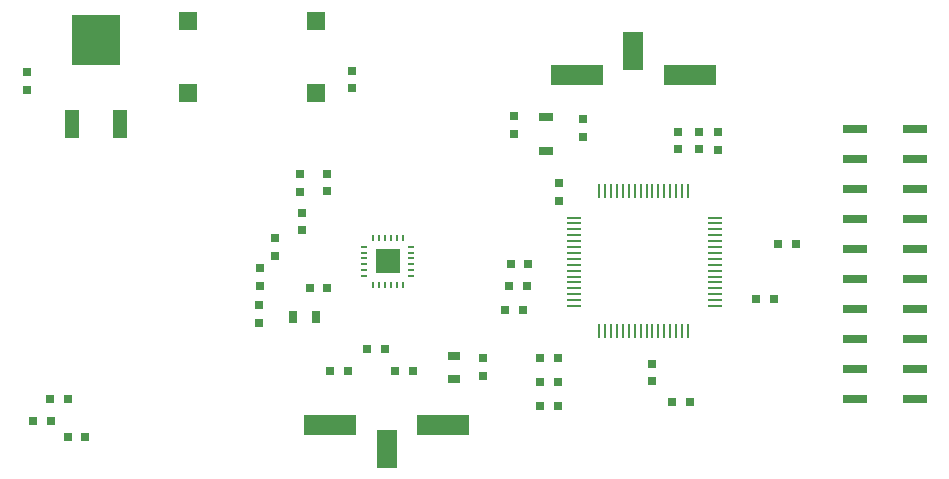
<source format=gtp>
G04 (created by PCBNEW (2013-08-24 BZR 4298)-stable) date Sun 10 Nov 2013 04:28:44 PM PST*
%MOIN*%
G04 Gerber Fmt 3.4, Leading zero omitted, Abs format*
%FSLAX34Y34*%
G01*
G70*
G90*
G04 APERTURE LIST*
%ADD10C,0.005906*%
%ADD11R,0.028320X0.031520*%
%ADD12R,0.031520X0.028320*%
%ADD13R,0.062960X0.062960*%
%ADD14R,0.048000X0.096000*%
%ADD15R,0.160000X0.168000*%
%ADD16R,0.044000X0.028000*%
%ADD17R,0.028000X0.044000*%
%ADD18R,0.007840X0.048000*%
%ADD19O,0.007840X0.048000*%
%ADD20O,0.048000X0.007840*%
%ADD21R,0.047280X0.031520*%
%ADD22R,0.048800X0.031520*%
%ADD23R,0.080000X0.031200*%
%ADD24R,0.176378X0.066142*%
%ADD25R,0.066142X0.125984*%
%ADD26R,0.078720X0.078720*%
%ADD27O,0.007840X0.025200*%
%ADD28O,0.025200X0.007840*%
G04 APERTURE END LIST*
G54D10*
G54D11*
X15957Y-46598D03*
X15365Y-46598D03*
X15390Y-47334D03*
X14798Y-47334D03*
X36105Y-46692D03*
X36697Y-46692D03*
X16536Y-47889D03*
X15944Y-47889D03*
G54D12*
X22862Y-41235D03*
X22862Y-41827D03*
X23771Y-40984D03*
X23771Y-40392D03*
X22330Y-43467D03*
X22330Y-44059D03*
X22350Y-42847D03*
X22350Y-42255D03*
G54D11*
X31107Y-43633D03*
X30515Y-43633D03*
X31240Y-42854D03*
X30648Y-42854D03*
X31299Y-42106D03*
X30707Y-42106D03*
X25924Y-44940D03*
X26516Y-44940D03*
X32292Y-46830D03*
X31700Y-46830D03*
X32276Y-46035D03*
X31684Y-46035D03*
X32280Y-45232D03*
X31688Y-45232D03*
G54D12*
X36988Y-37692D03*
X36988Y-38284D03*
X36279Y-37696D03*
X36279Y-38288D03*
X33129Y-37282D03*
X33129Y-37874D03*
X37610Y-37707D03*
X37610Y-38299D03*
X30826Y-37184D03*
X30826Y-37776D03*
G54D11*
X40209Y-41433D03*
X39617Y-41433D03*
G54D12*
X32318Y-39400D03*
X32318Y-39992D03*
G54D11*
X39492Y-43279D03*
X38900Y-43279D03*
G54D12*
X14600Y-36296D03*
X14600Y-35704D03*
X35433Y-46016D03*
X35433Y-45424D03*
X25421Y-36256D03*
X25421Y-35664D03*
X23700Y-39113D03*
X23700Y-39705D03*
X24586Y-39093D03*
X24586Y-39685D03*
G54D11*
X24684Y-45688D03*
X25276Y-45688D03*
X27441Y-45681D03*
X26849Y-45681D03*
G54D12*
X29783Y-45843D03*
X29783Y-45251D03*
G54D13*
X24216Y-33996D03*
X24216Y-36398D03*
X19954Y-33996D03*
X19954Y-36398D03*
G54D14*
X16097Y-37438D03*
X17697Y-37438D03*
G54D15*
X16897Y-34638D03*
G54D16*
X28830Y-45180D03*
X28830Y-45930D03*
G54D17*
X23463Y-43870D03*
X24213Y-43870D03*
G54D18*
X33665Y-44346D03*
G54D19*
X33862Y-44346D03*
X34059Y-44346D03*
X34256Y-44346D03*
X34453Y-44346D03*
X34649Y-44346D03*
X34846Y-44346D03*
X35043Y-44346D03*
X35240Y-44346D03*
X35437Y-44346D03*
X35634Y-44346D03*
X35830Y-44346D03*
X36027Y-44346D03*
X36224Y-44346D03*
X36421Y-44346D03*
X36618Y-44346D03*
G54D20*
X37516Y-43511D03*
X37516Y-43314D03*
X37516Y-43117D03*
X37516Y-42920D03*
X37516Y-42723D03*
X37516Y-42527D03*
X37516Y-42330D03*
X37516Y-42133D03*
X37516Y-41936D03*
X37516Y-41739D03*
X37516Y-41542D03*
X37516Y-41346D03*
X37516Y-41149D03*
X37516Y-40952D03*
X37516Y-40755D03*
X37516Y-40558D03*
G54D19*
X36618Y-39660D03*
X36421Y-39660D03*
X36224Y-39660D03*
X36027Y-39660D03*
X35830Y-39660D03*
X35634Y-39660D03*
X35437Y-39660D03*
X35240Y-39660D03*
X35043Y-39660D03*
X34846Y-39660D03*
X34649Y-39660D03*
X34453Y-39660D03*
X34256Y-39660D03*
X34059Y-39660D03*
X33862Y-39660D03*
X33665Y-39660D03*
G54D20*
X32830Y-40558D03*
X32830Y-40755D03*
X32830Y-41149D03*
X32823Y-40952D03*
X32830Y-41346D03*
X32830Y-41542D03*
X32830Y-41739D03*
X32830Y-41936D03*
X32830Y-42133D03*
X32830Y-42330D03*
X32830Y-42524D03*
X32830Y-42721D03*
X32830Y-42918D03*
X32830Y-43115D03*
X32830Y-43311D03*
X32830Y-43508D03*
G54D21*
X31883Y-38351D03*
G54D22*
X31887Y-37199D03*
G54D23*
X42185Y-37606D03*
X44185Y-37606D03*
X42185Y-40606D03*
X44185Y-39606D03*
X44185Y-38606D03*
X42185Y-38606D03*
X42185Y-39606D03*
X42185Y-41606D03*
X44185Y-40606D03*
X44185Y-41606D03*
X44185Y-42606D03*
X44185Y-46606D03*
X44185Y-45606D03*
X44185Y-44606D03*
X44185Y-43606D03*
X42185Y-42606D03*
X42185Y-43606D03*
X42185Y-44606D03*
X42185Y-45606D03*
X42185Y-46606D03*
G54D11*
X24007Y-42897D03*
X24599Y-42897D03*
G54D24*
X32933Y-35807D03*
X36673Y-35807D03*
G54D25*
X34803Y-35019D03*
G54D24*
X28444Y-47476D03*
X24704Y-47476D03*
G54D25*
X26574Y-48263D03*
G54D26*
X26618Y-42019D03*
G54D27*
X26126Y-42806D03*
X26323Y-42806D03*
X26520Y-42806D03*
X26716Y-42806D03*
X26913Y-42806D03*
X27110Y-42806D03*
G54D28*
X27405Y-42511D03*
X27405Y-42314D03*
X27405Y-42117D03*
X27405Y-41921D03*
X27405Y-41724D03*
X27405Y-41527D03*
G54D27*
X27110Y-41232D03*
X26913Y-41232D03*
X26716Y-41232D03*
X26520Y-41232D03*
X26323Y-41232D03*
X26126Y-41232D03*
G54D28*
X25831Y-41527D03*
X25831Y-41724D03*
X25831Y-41921D03*
X25831Y-42117D03*
X25831Y-42314D03*
X25831Y-42511D03*
M02*

</source>
